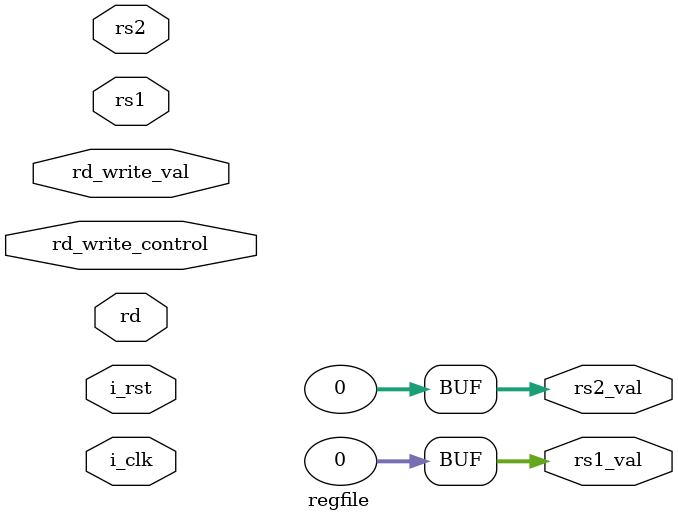
<source format=sv>

module regfile(
    input logic i_clk,
    input logic i_rst,
    input logic [4:0] rs1,
    input logic [4:0] rs2,
    input logic [4:0] rd,
    input logic rd_write_control,
    input logic [31:0] rd_write_val,
    output logic [31:0] rs1_val,
    output logic [31:0] rs2_val
);

logic [31:0] regs [0:31];

// Edit the code here begin ---------------------------------------------------

    assign rs1_val = 'b0;
    assign rs2_val = 'b0;
    
// Edit the code here end -----------------------------------------------------


/*
	Following section is necessary for dumping waveforms. This is needed for debug and simulations
*/

`ifndef SUBMODULE_DISABLE_WAVES
    initial begin
        $dumpfile("./sim_build/regfile.vcd");
        $dumpvars(0, regfile);
    end
`endif

endmodule

</source>
